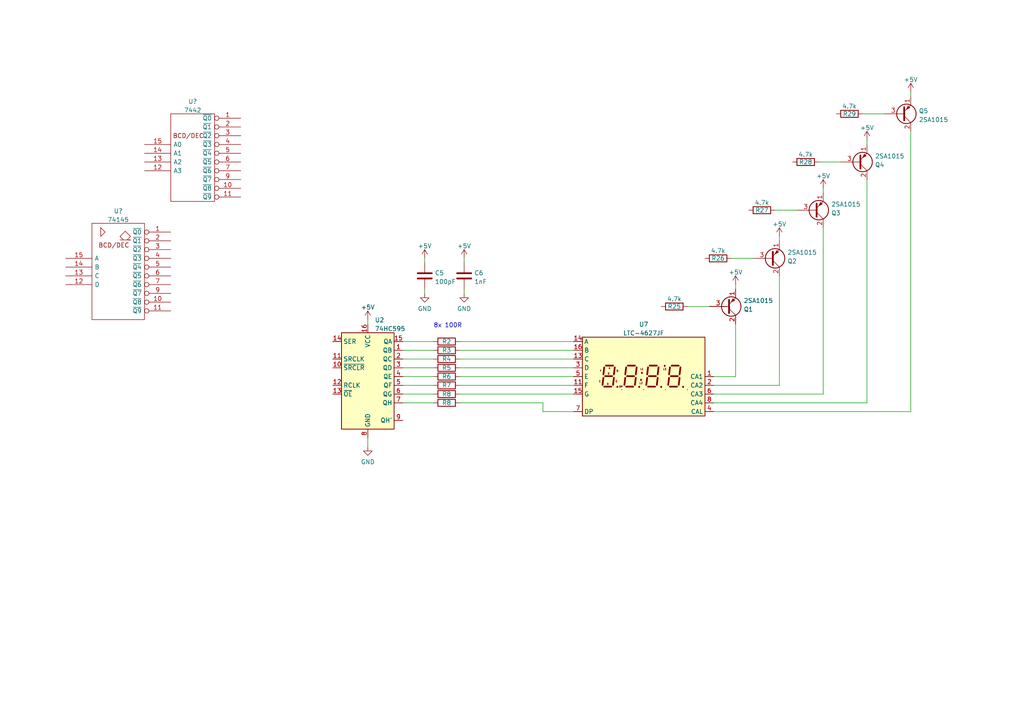
<source format=kicad_sch>
(kicad_sch (version 20211123) (generator eeschema)
  (paper "A4")
  (lib_symbols
    (symbol "74xx:74HC595"
      (property "Reference" "U" (at -7.62 13.97 0))
      (property "Value" "74HC595" (at -7.62 -16.51 0))
      (symbol "74HC595_1_0"
        (pin tri_state line (at 10.16 7.62 180) (length 2.54) (name "QB") (number "1"))
        (pin input line (at -10.16 2.54 0) (length 2.54) (name "~{SRCLR}") (number "10"))
        (pin input line (at -10.16 5.08 0) (length 2.54) (name "SRCLK") (number "11"))
        (pin input line (at -10.16 -2.54 0) (length 2.54) (name "RCLK") (number "12"))
        (pin input line (at -10.16 -5.08 0) (length 2.54) (name "~{OE}") (number "13"))
        (pin input line (at -10.16 10.16 0) (length 2.54) (name "SER") (number "14"))
        (pin tri_state line (at 10.16 10.16 180) (length 2.54) (name "QA") (number "15"))
        (pin power_in line (at 0 15.24 270) (length 2.54) (name "VCC") (number "16"))
        (pin tri_state line (at 10.16 5.08 180) (length 2.54) (name "QC") (number "2"))
        (pin tri_state line (at 10.16 2.54 180) (length 2.54) (name "QD") (number "3"))
        (pin tri_state line (at 10.16 0 180) (length 2.54) (name "QE") (number "4"))
        (pin tri_state line (at 10.16 -2.54 180) (length 2.54) (name "QF") (number "5"))
        (pin tri_state line (at 10.16 -5.08 180) (length 2.54) (name "QG") (number "6"))
        (pin tri_state line (at 10.16 -7.62 180) (length 2.54) (name "QH") (number "7"))
        (pin power_in line (at 0 -17.78 90) (length 2.54) (name "GND") (number "8"))
        (pin output line (at 10.16 -12.7 180) (length 2.54) (name "QH'") (number "9"))
      )
      (symbol "74HC595_1_1"
        (rectangle (start -7.62 12.7) (end 7.62 -15.24) (stroke (width 0.254)) (fill (type background)))
      )
    )
    (symbol "74xx_IEEE:74145" (pin_names (offset 0.762))
      (property "Reference" "U" (at 6.35 15.24 0))
      (property "Value" "74145" (at 7.62 -15.24 0))
      (symbol "74145_0_0"
        (polyline (pts (xy 3.556 9.144) (xy 3.048 9.144) (xy 3.048 9.144)))
        (polyline (pts (xy -5.08 12.7) (xy -5.08 10.16) (xy -3.81 11.43) (xy -5.08 12.7) (xy -5.08 12.7)))
        (polyline (pts (xy 2.54 9.144) (xy 3.556 10.16) (xy 2.032 11.684) (xy 0.508 10.16) (xy 1.524 9.144) (xy 0.508 9.144) (xy 3.556 9.144)))
        (text "BCD/DEC" (at -1.27 7.62 0) (effects (font (size 1.27 1.27))))
        (pin power_in line (at 0 13.97 270) (length 0) hide (name "VCC") (number "16"))
        (pin power_in line (at 0 -13.97 90) (length 0) hide (name "GND") (number "8"))
      )
      (symbol "74145_0_1"
        (rectangle (start -7.62 13.97) (end 7.62 -13.97))
      )
      (symbol "74145_1_1"
        (pin open_collector inverted (at 15.24 11.43 180) (length 7.62) (name "~{Q0}") (number "1"))
        (pin open_collector inverted (at 15.24 -8.89 180) (length 7.62) (name "~{Q8}") (number "10"))
        (pin open_collector inverted (at 15.24 -11.43 180) (length 7.62) (name "~{Q9}") (number "11"))
        (pin input line (at -15.24 -3.81 0) (length 7.62) (name "D") (number "12"))
        (pin input line (at -15.24 -1.27 0) (length 7.62) (name "C") (number "13"))
        (pin input line (at -15.24 1.27 0) (length 7.62) (name "B") (number "14"))
        (pin input line (at -15.24 3.81 0) (length 7.62) (name "A") (number "15"))
        (pin open_collector inverted (at 15.24 8.89 180) (length 7.62) (name "~{Q1}") (number "2"))
        (pin open_collector inverted (at 15.24 6.35 180) (length 7.62) (name "~{Q2}") (number "3"))
        (pin open_collector inverted (at 15.24 3.81 180) (length 7.62) (name "~{Q3}") (number "4"))
        (pin open_collector inverted (at 15.24 1.27 180) (length 7.62) (name "~{Q4}") (number "5"))
        (pin open_collector inverted (at 15.24 -1.27 180) (length 7.62) (name "~{Q5}") (number "6"))
        (pin open_collector inverted (at 15.24 -3.81 180) (length 7.62) (name "~{Q6}") (number "7"))
        (pin open_collector inverted (at 15.24 -6.35 180) (length 7.62) (name "~{Q7}") (number "9"))
      )
    )
    (symbol "74xx_IEEE:7442" (pin_names (offset 0.762))
      (property "Reference" "U" (at 6.35 13.97 0))
      (property "Value" "7442" (at 8.89 -15.24 0))
      (symbol "7442_0_0"
        (rectangle (start -6.35 12.7) (end 6.35 -12.7))
        (text "BCD/DEC" (at -1.27 6.35 0) (effects (font (size 1.27 1.27))))
        (pin power_in line (at 0 12.7 270) (length 0) hide (name "VCC") (number "16"))
        (pin power_in line (at 0 -12.7 90) (length 0) hide (name "GND") (number "8"))
      )
      (symbol "7442_1_1"
        (pin output inverted (at 13.97 11.43 180) (length 7.62) (name "~{Q0}") (number "1"))
        (pin output inverted (at 13.97 -8.89 180) (length 7.62) (name "~{Q8}") (number "10"))
        (pin output inverted (at 13.97 -11.43 180) (length 7.62) (name "~{Q9}") (number "11"))
        (pin input line (at -13.97 -3.81 0) (length 7.62) (name "A3") (number "12"))
        (pin input line (at -13.97 -1.27 0) (length 7.62) (name "A2") (number "13"))
        (pin input line (at -13.97 1.27 0) (length 7.62) (name "A1") (number "14"))
        (pin input line (at -13.97 3.81 0) (length 7.62) (name "A0") (number "15"))
        (pin output inverted (at 13.97 8.89 180) (length 7.62) (name "~{Q1}") (number "2"))
        (pin output inverted (at 13.97 6.35 180) (length 7.62) (name "~{Q2}") (number "3"))
        (pin output inverted (at 13.97 3.81 180) (length 7.62) (name "~{Q3}") (number "4"))
        (pin output inverted (at 13.97 1.27 180) (length 7.62) (name "~{Q4}") (number "5"))
        (pin output inverted (at 13.97 -1.27 180) (length 7.62) (name "~{Q5}") (number "6"))
        (pin output inverted (at 13.97 -3.81 180) (length 7.62) (name "~{Q6}") (number "7"))
        (pin output inverted (at 13.97 -6.35 180) (length 7.62) (name "~{Q7}") (number "9"))
      )
    )
    (symbol "Device:C" (pin_numbers hide) (pin_names (offset 0.254))
      (property "Reference" "C" (at 0.635 2.54 0))
      (property "Value" "C" (at 0.635 -2.54 0))
      (symbol "C_0_1"
        (polyline (pts (xy -2.032 -0.762) (xy 2.032 -0.762)) (stroke (width 0.508)))
        (polyline (pts (xy -2.032 0.762) (xy 2.032 0.762)) (stroke (width 0.508)))
      )
      (symbol "C_1_1"
        (pin passive line (at 0 3.81 270) (length 2.794) (name "~") (number "1"))
        (pin passive line (at 0 -3.81 90) (length 2.794) (name "~") (number "2"))
      )
    )
    (symbol "Device:R" (pin_numbers hide) (pin_names (offset 0))
      (property "Reference" "R" (at 2.032 0 90))
      (property "Value" "R" (at 0 0 90))
      (symbol "R_0_1"
        (rectangle (start -1.016 -2.54) (end 1.016 2.54) (stroke (width 0.254)))
      )
      (symbol "R_1_1"
        (pin passive line (at 0 3.81 270) (length 1.27) (name "~") (number "1"))
        (pin passive line (at 0 -3.81 90) (length 1.27) (name "~") (number "2"))
      )
    )
    (symbol "Display_Character:LTC-4627JF"
      (property "Reference" "U" (at -17.78 12.7 0))
      (property "Value" "LTC-4627JF" (at 17.78 12.7 0))
      (symbol "LTC-4627JF_0_1"
        (rectangle (start -17.78 -11.43) (end 17.78 11.43) (stroke (width 0.254)) (fill (type background)))
        (rectangle (start -6.35 -3.81) (end -6.35 -3.81) (stroke (width 0.254)))
        (rectangle (start 0 -3.81) (end 0 -3.81) (stroke (width 0.254)))
        (polyline (pts (xy -6.35 -3.81) (xy -6.35 -3.81)) (stroke (width 0.254)))
        (polyline (pts (xy 0 -3.81) (xy 0 -3.81)) (stroke (width 0.254)))
        (polyline (pts (xy 6.35 -3.81) (xy 6.35 -3.81)) (stroke (width 0.254)))
        (polyline (pts (xy 12.7 -3.81) (xy 12.7 -3.81)) (stroke (width 0.254)))
        (rectangle (start 6.35 -3.81) (end 6.35 -3.81) (stroke (width 0.254)))
        (rectangle (start 12.7 -3.81) (end 12.7 -3.81) (stroke (width 0.254)))
      )
      (symbol "LTC-4627JF_1_0"
        (text "A" (at -9.906 2.413 0) (effects (font (size 0.508 0.508))))
        (text "B" (at -7.62 1.651 0) (effects (font (size 0.508 0.508))))
        (text "C" (at -7.874 -1.397 0) (effects (font (size 0.508 0.508))))
        (text "D" (at -10.414 -2.159 0) (effects (font (size 0.508 0.508))))
        (text "DP" (at -6.604 -2.921 0) (effects (font (size 0.508 0.508))))
        (text "E" (at -12.7 -1.397 0) (effects (font (size 0.508 0.508))))
        (text "F" (at -12.446 1.651 0) (effects (font (size 0.508 0.508))))
        (text "G" (at -10.16 0.889 0) (effects (font (size 0.508 0.508))))
        (text "L1" (at -0.508 2.159 0) (effects (font (size 0.508 0.508))))
        (text "L2" (at -0.762 -1.905 0) (effects (font (size 0.508 0.508))))
        (text "L3" (at 6.096 2.159 0) (effects (font (size 0.508 0.508))))
      )
      (symbol "LTC-4627JF_1_1"
        (polyline (pts (xy -11.684 -0.381) (xy -11.938 -2.413)) (stroke (width 0.508)))
        (polyline (pts (xy -11.43 -2.921) (xy -9.398 -2.921)) (stroke (width 0.508)))
        (polyline (pts (xy -11.43 2.667) (xy -11.684 0.635)) (stroke (width 0.508)))
        (polyline (pts (xy -11.176 0.127) (xy -9.144 0.127)) (stroke (width 0.508)))
        (polyline (pts (xy -10.922 3.175) (xy -8.89 3.175)) (stroke (width 0.508)))
        (polyline (pts (xy -8.636 -0.381) (xy -8.89 -2.413)) (stroke (width 0.508)))
        (polyline (pts (xy -8.382 2.667) (xy -8.636 0.635)) (stroke (width 0.508)))
        (polyline (pts (xy -7.62 -3.048) (xy -7.62 -2.921)) (stroke (width 0.508)))
        (polyline (pts (xy -5.334 -0.381) (xy -5.588 -2.413)) (stroke (width 0.508)))
        (polyline (pts (xy -5.08 -2.921) (xy -3.048 -2.921)) (stroke (width 0.508)))
        (polyline (pts (xy -5.08 2.667) (xy -5.334 0.635)) (stroke (width 0.508)))
        (polyline (pts (xy -4.826 0.127) (xy -2.794 0.127)) (stroke (width 0.508)))
        (polyline (pts (xy -4.572 3.175) (xy -2.54 3.175)) (stroke (width 0.508)))
        (polyline (pts (xy -2.286 -0.381) (xy -2.54 -2.413)) (stroke (width 0.508)))
        (polyline (pts (xy -2.032 2.667) (xy -2.286 0.635)) (stroke (width 0.508)))
        (polyline (pts (xy -1.27 -3.048) (xy -1.27 -2.921)) (stroke (width 0.508)))
        (polyline (pts (xy -0.762 -1.016) (xy -0.762 -0.889)) (stroke (width 0.508)))
        (polyline (pts (xy -0.508 1.016) (xy -0.508 1.143)) (stroke (width 0.508)))
        (polyline (pts (xy 1.016 -0.381) (xy 0.762 -2.413)) (stroke (width 0.508)))
        (polyline (pts (xy 1.27 -2.921) (xy 3.302 -2.921)) (stroke (width 0.508)))
        (polyline (pts (xy 1.27 2.667) (xy 1.016 0.635)) (stroke (width 0.508)))
        (polyline (pts (xy 1.524 0.127) (xy 3.556 0.127)) (stroke (width 0.508)))
        (polyline (pts (xy 1.778 3.175) (xy 3.81 3.175)) (stroke (width 0.508)))
        (polyline (pts (xy 4.064 -0.381) (xy 3.81 -2.413)) (stroke (width 0.508)))
        (polyline (pts (xy 4.318 2.667) (xy 4.064 0.635)) (stroke (width 0.508)))
        (polyline (pts (xy 5.08 -3.048) (xy 5.08 -2.921)) (stroke (width 0.508)))
        (polyline (pts (xy 6.096 3.048) (xy 6.096 3.175)) (stroke (width 0.508)))
        (polyline (pts (xy 7.366 -0.381) (xy 7.112 -2.413)) (stroke (width 0.508)))
        (polyline (pts (xy 7.62 -2.921) (xy 9.652 -2.921)) (stroke (width 0.508)))
        (polyline (pts (xy 7.62 2.667) (xy 7.366 0.635)) (stroke (width 0.508)))
        (polyline (pts (xy 7.874 0.127) (xy 9.906 0.127)) (stroke (width 0.508)))
        (polyline (pts (xy 8.128 3.175) (xy 10.16 3.175)) (stroke (width 0.508)))
        (polyline (pts (xy 10.414 -0.381) (xy 10.16 -2.413)) (stroke (width 0.508)))
        (polyline (pts (xy 10.668 2.667) (xy 10.414 0.635)) (stroke (width 0.508)))
        (polyline (pts (xy 11.43 -3.048) (xy 11.43 -2.921)) (stroke (width 0.508)))
        (pin input line (at 20.32 0 180) (length 2.54) (name "CA1") (number "1"))
        (pin input line (at -20.32 -2.54 0) (length 2.54) (name "F") (number "11"))
        (pin input line (at -20.32 5.08 0) (length 2.54) (name "C") (number "13"))
        (pin input line (at -20.32 10.16 0) (length 2.54) (name "A") (number "14"))
        (pin input line (at -20.32 -5.08 0) (length 2.54) (name "G") (number "15"))
        (pin input line (at -20.32 7.62 0) (length 2.54) (name "B") (number "16"))
        (pin input line (at 20.32 -2.54 180) (length 2.54) (name "CA2") (number "2"))
        (pin input line (at -20.32 2.54 0) (length 2.54) (name "D") (number "3"))
        (pin input line (at 20.32 -10.16 180) (length 2.54) (name "CAL") (number "4"))
        (pin input line (at -20.32 0 0) (length 2.54) (name "E") (number "5"))
        (pin input line (at 20.32 -5.08 180) (length 2.54) (name "CA3") (number "6"))
        (pin input line (at -20.32 -10.16 0) (length 2.54) (name "DP") (number "7"))
        (pin input line (at 20.32 -7.62 180) (length 2.54) (name "CA4") (number "8"))
        (pin no_connect line (at 17.78 7.62 180) (length 2.54) hide (name "NC") (number "9"))
      )
    )
    (symbol "Transistor_BJT:2SA1015" (pin_names (offset 0) hide)
      (property "Reference" "Q" (at 5.08 1.905 0))
      (property "Value" "2SA1015" (at 5.08 0 0))
      (symbol "2SA1015_0_1"
        (polyline (pts (xy 0 0) (xy 0.635 0)))
        (polyline (pts (xy 2.54 -2.54) (xy 0.635 -0.635)))
        (polyline (pts (xy 2.54 2.54) (xy 0.635 0.635)))
        (polyline (pts (xy 0.635 1.905) (xy 0.635 -1.905) (xy 0.635 -1.905)) (stroke (width 0.508)) (fill (type outline)))
        (polyline (pts (xy 1.778 -2.286) (xy 2.286 -1.778) (xy 1.27 -1.27) (xy 1.778 -2.286) (xy 1.778 -2.286)) (fill (type outline)))
        (circle (center 1.27 0) (radius 2.8194) (stroke (width 0.254)))
      )
      (symbol "2SA1015_1_1"
        (pin passive line (at 2.54 -5.08 90) (length 2.54) (name "E") (number "1"))
        (pin passive line (at 2.54 5.08 270) (length 2.54) (name "C") (number "2"))
        (pin input line (at -5.08 0 0) (length 5.08) (name "B") (number "3"))
      )
    )
    (symbol "power:+5V" (power) (pin_names (offset 0))
      (property "Value" "+5V" (at 0 3.556 0))
      (symbol "+5V_0_1"
        (polyline (pts (xy -0.762 1.27) (xy 0 2.54)))
        (polyline (pts (xy 0 0) (xy 0 2.54)))
        (polyline (pts (xy 0 2.54) (xy 0.762 1.27)))
      )
      (symbol "+5V_1_1"
        (pin power_in line (at 0 0 90) (length 0) hide (name "+5V") (number "1"))
      )
    )
    (symbol "power:GND" (power) (pin_names (offset 0))
      (property "Value" "GND" (at 0 -3.81 0))
      (symbol "GND_0_1"
        (polyline (pts (xy 0 0) (xy 0 -1.27) (xy 1.27 -1.27) (xy 0 -2.54) (xy -1.27 -1.27) (xy 0 -1.27)))
      )
      (symbol "GND_1_1"
        (pin power_in line (at 0 0 270) (length 0) hide (name "GND") (number "1"))
      )
    )
  )
  (wire (pts (xy 123.19 76.2) (xy 123.19 74.93)))
  (wire (pts (xy 133.35 106.68) (xy 166.37 106.68)))
  (wire (pts (xy 251.46 40.64) (xy 251.46 41.91)))
  (wire (pts (xy 238.76 54.61) (xy 238.76 55.88)))
  (wire (pts (xy 207.01 119.38) (xy 264.16 119.38)))
  (wire (pts (xy 116.84 116.84) (xy 125.73 116.84)))
  (wire (pts (xy 264.16 26.67) (xy 264.16 27.94)))
  (wire (pts (xy 116.84 101.6) (xy 125.73 101.6)))
  (wire (pts (xy 207.01 111.76) (xy 226.06 111.76)))
  (wire (pts (xy 213.36 93.98) (xy 213.36 109.22)))
  (wire (pts (xy 157.48 116.84) (xy 157.48 119.38)))
  (wire (pts (xy 116.84 99.06) (xy 125.73 99.06)))
  (wire (pts (xy 133.35 109.22) (xy 166.37 109.22)))
  (wire (pts (xy 116.84 111.76) (xy 125.73 111.76)))
  (wire (pts (xy 213.36 82.55) (xy 213.36 83.82)))
  (wire (pts (xy 134.62 74.93) (xy 134.62 76.2)))
  (wire (pts (xy 116.84 109.22) (xy 125.73 109.22)))
  (wire (pts (xy 226.06 80.01) (xy 226.06 111.76)))
  (wire (pts (xy 224.79 60.96) (xy 231.14 60.96)))
  (wire (pts (xy 133.35 99.06) (xy 166.37 99.06)))
  (wire (pts (xy 207.01 116.84) (xy 251.46 116.84)))
  (wire (pts (xy 106.68 92.71) (xy 106.68 93.98)))
  (wire (pts (xy 237.49 46.99) (xy 243.84 46.99)))
  (wire (pts (xy 133.35 104.14) (xy 166.37 104.14)))
  (wire (pts (xy 250.19 33.02) (xy 256.54 33.02)))
  (wire (pts (xy 116.84 106.68) (xy 125.73 106.68)))
  (wire (pts (xy 238.76 66.04) (xy 238.76 114.3)))
  (wire (pts (xy 207.01 114.3) (xy 238.76 114.3)))
  (wire (pts (xy 133.35 111.76) (xy 166.37 111.76)))
  (wire (pts (xy 264.16 38.1) (xy 264.16 119.38)))
  (wire (pts (xy 133.35 116.84) (xy 157.48 116.84)))
  (wire (pts (xy 133.35 101.6) (xy 166.37 101.6)))
  (wire (pts (xy 134.62 83.82) (xy 134.62 85.09)))
  (wire (pts (xy 251.46 52.07) (xy 251.46 116.84)))
  (wire (pts (xy 123.19 83.82) (xy 123.19 85.09)))
  (wire (pts (xy 213.36 109.22) (xy 207.01 109.22)))
  (wire (pts (xy 212.09 74.93) (xy 218.44 74.93)))
  (wire (pts (xy 116.84 114.3) (xy 125.73 114.3)))
  (wire (pts (xy 133.35 114.3) (xy 166.37 114.3)))
  (wire (pts (xy 157.48 119.38) (xy 166.37 119.38)))
  (wire (pts (xy 106.68 127) (xy 106.68 129.54)))
  (wire (pts (xy 116.84 104.14) (xy 125.73 104.14)))
  (wire (pts (xy 226.06 68.58) (xy 226.06 69.85)))
  (wire (pts (xy 199.39 88.9) (xy 205.74 88.9)))
  (text "8x 100R" (at 125.73 95.25 0) (effects (font (size 1.27 1.27)) (justify left bottom)))
  (symbol (lib_id "power:+5V") (at 123.19 74.93 0) (unit 1)
    (property "Reference" "#PWR05" (effects hide))
    (property "Value" "+5V" (at 123.19 71.3542 0))
  )
  (symbol (lib_id "Device:R") (at 233.68 46.99 90) (unit 1)
    (property "Reference" "R28" (at 233.68 46.99 90))
    (property "Value" "4.7k" (at 233.68 44.8111 90))
    (property "Footprint" "Resistor_THT:R_Axial_DIN0207_L6.3mm_D2.5mm_P7.62mm_Horizontal" (effects hide))
  )
  (symbol (lib_id "Device:R") (at 246.38 33.02 90) (unit 1)
    (property "Reference" "R29" (at 246.38 33.02 90))
    (property "Value" "4.7k" (at 246.38 30.8411 90))
    (property "Footprint" "Resistor_THT:R_Axial_DIN0207_L6.3mm_D2.5mm_P7.62mm_Horizontal" (effects hide))
  )
  (symbol (lib_id "power:+5V") (at 213.36 82.55 0) (unit 1)
    (property "Reference" "#PWR?" (effects hide))
    (property "Value" "+5V" (at 213.36 78.9742 0))
  )
  (symbol (lib_id "Display_Character:LTC-4627JF") (at 186.69 109.22 0) (unit 1)
    (property "Reference" "U7" (at 186.69 94.0902 0))
    (property "Value" "LTC-4627JF" (at 186.69 96.6271 0))
    (property "Footprint" "Display_7Segment:LTC-4627Jx" (effects hide))
    (property "Datasheet" "http://optoelectronics.liteon.com/upload/download/DS30-2000-192/C4627JF.pdf" (effects hide))
  )
  (symbol (lib_id "power:GND") (at 134.62 85.09 0) (unit 1)
    (property "Reference" "#PWR0105" (effects hide))
    (property "Value" "GND" (at 134.62 89.5334 0))
  )
  (symbol (lib_id "Device:C") (at 134.62 80.01 0) (unit 1)
    (property "Reference" "C6" (at 137.541 79.1753 0) (effects (justify left)))
    (property "Value" "1nF" (at 137.541 81.7122 0) (effects (justify left)))
    (property "Footprint" "Capacitor_THT:C_Disc_D3.8mm_W2.6mm_P2.50mm" (effects hide))
  )
  (symbol (lib_id "Device:R") (at 129.54 101.6 90) (unit 1)
    (property "Reference" "R3" (at 129.54 101.6 90))
    (property "Value" "100R" (effects hide))
    (property "Footprint" "Resistor_THT:R_Axial_DIN0207_L6.3mm_D2.5mm_P7.62mm_Horizontal" (effects hide))
  )
  (symbol (lib_id "power:+5V") (at 106.68 92.71 0) (unit 1)
    (property "Reference" "#PWR03" (effects hide))
    (property "Value" "+5V" (at 106.68 89.1342 0))
  )
  (symbol (lib_id "Device:R") (at 208.28 74.93 90) (unit 1)
    (property "Reference" "R26" (at 208.28 74.93 90))
    (property "Value" "4.7k" (at 208.28 72.7511 90))
    (property "Footprint" "Resistor_THT:R_Axial_DIN0207_L6.3mm_D2.5mm_P7.62mm_Horizontal" (effects hide))
  )
  (symbol (lib_id "74xx:74HC595") (at 106.68 109.22 0) (unit 1)
    (property "Reference" "U2" (at 108.6994 92.8202 0) (effects (justify left)))
    (property "Value" "74HC595" (at 108.6994 95.3571 0) (effects (justify left)))
    (property "Footprint" "Package_DIP:DIP-16_W7.62mm_LongPads" (effects hide))
    (property "Datasheet" "http://www.ti.com/lit/ds/symlink/sn74hc595.pdf" (effects hide))
  )
  (symbol (lib_id "Device:R") (at 129.54 116.84 90) (unit 1)
    (property "Reference" "R8" (at 129.54 116.84 90))
    (property "Value" "100R" (effects hide))
    (property "Footprint" "Resistor_THT:R_Axial_DIN0207_L6.3mm_D2.5mm_P7.62mm_Horizontal" (effects hide))
  )
  (symbol (lib_id "Transistor_BJT:2SA1015") (at 236.22 60.96 0) (mirror x) (unit 1)
    (property "Reference" "Q3" (at 241.0714 61.7947 0) (effects (justify left)))
    (property "Value" "2SA1015" (at 241.0714 59.2578 0) (effects (justify left)))
    (property "Footprint" "Package_TO_SOT_THT:TO-92_Wide" (effects hide))
    (property "Datasheet" "http://www.datasheetcatalog.org/datasheet/toshiba/905.pdf" (effects hide))
  )
  (symbol (lib_id "74xx_IEEE:7442") (at 55.88 45.72 0) (unit 1)
    (property "Reference" "U?" (at 55.88 29.4472 0))
    (property "Value" "7442" (at 55.88 31.9841 0))
  )
  (symbol (lib_id "Transistor_BJT:2SA1015") (at 223.52 74.93 0) (mirror x) (unit 1)
    (property "Reference" "Q2" (at 228.3714 75.7647 0) (effects (justify left)))
    (property "Value" "2SA1015" (at 228.3714 73.2278 0) (effects (justify left)))
    (property "Footprint" "Package_TO_SOT_THT:TO-92_Wide" (effects hide))
    (property "Datasheet" "http://www.datasheetcatalog.org/datasheet/toshiba/905.pdf" (effects hide))
  )
  (symbol (lib_id "power:GND") (at 106.68 129.54 0) (unit 1)
    (property "Reference" "#PWR04" (effects hide))
    (property "Value" "GND" (at 106.68 133.9834 0))
  )
  (symbol (lib_id "Device:R") (at 129.54 106.68 90) (unit 1)
    (property "Reference" "R5" (at 129.54 106.68 90))
    (property "Value" "100R" (effects hide))
    (property "Footprint" "Resistor_THT:R_Axial_DIN0207_L6.3mm_D2.5mm_P7.62mm_Horizontal" (effects hide))
  )
  (symbol (lib_id "Transistor_BJT:2SA1015") (at 261.62 33.02 0) (mirror x) (unit 1)
    (property "Reference" "Q5" (at 266.4714 32.1853 0) (effects (justify left)))
    (property "Value" "2SA1015" (at 266.4714 34.7222 0) (effects (justify left)))
    (property "Footprint" "Package_TO_SOT_THT:TO-92_Wide" (effects hide))
    (property "Datasheet" "http://www.datasheetcatalog.org/datasheet/toshiba/905.pdf" (effects hide))
  )
  (symbol (lib_id "Transistor_BJT:2SA1015") (at 210.82 88.9 0) (mirror x) (unit 1)
    (property "Reference" "Q1" (at 215.6714 89.7347 0) (effects (justify left)))
    (property "Value" "2SA1015" (at 215.6714 87.1978 0) (effects (justify left)))
    (property "Footprint" "Package_TO_SOT_THT:TO-92_Wide" (effects hide))
    (property "Datasheet" "http://www.datasheetcatalog.org/datasheet/toshiba/905.pdf" (effects hide))
  )
  (symbol (lib_id "Transistor_BJT:2SA1015") (at 248.92 46.99 0) (mirror x) (unit 1)
    (property "Reference" "Q4" (at 253.7714 47.8247 0) (effects (justify left)))
    (property "Value" "2SA1015" (at 253.7714 45.2878 0) (effects (justify left)))
    (property "Footprint" "Package_TO_SOT_THT:TO-92_Wide" (effects hide))
    (property "Datasheet" "http://www.datasheetcatalog.org/datasheet/toshiba/905.pdf" (effects hide))
  )
  (symbol (lib_id "74xx_IEEE:74145") (at 34.29 78.74 0) (unit 1)
    (property "Reference" "U?" (at 34.29 61.1972 0))
    (property "Value" "74145" (at 34.29 63.7341 0))
  )
  (symbol (lib_id "Device:R") (at 129.54 111.76 90) (unit 1)
    (property "Reference" "R7" (at 129.54 111.76 90))
    (property "Value" "100R" (effects hide))
    (property "Footprint" "Resistor_THT:R_Axial_DIN0207_L6.3mm_D2.5mm_P7.62mm_Horizontal" (effects hide))
  )
  (symbol (lib_id "Device:R") (at 129.54 99.06 90) (unit 1)
    (property "Reference" "R2" (at 129.54 99.06 90))
    (property "Value" "100R" (effects hide))
    (property "Footprint" "Resistor_THT:R_Axial_DIN0207_L6.3mm_D2.5mm_P7.62mm_Horizontal" (effects hide))
  )
  (symbol (lib_id "Device:R") (at 195.58 88.9 90) (unit 1)
    (property "Reference" "R25" (at 195.58 88.9 90))
    (property "Value" "4.7k" (at 195.58 86.7211 90))
    (property "Footprint" "Resistor_THT:R_Axial_DIN0207_L6.3mm_D2.5mm_P7.62mm_Horizontal" (effects hide))
  )
  (symbol (lib_id "power:+5V") (at 238.76 54.61 0) (unit 1)
    (property "Reference" "#PWR?" (effects hide))
    (property "Value" "+5V" (at 238.76 51.0342 0))
  )
  (symbol (lib_id "Device:R") (at 129.54 109.22 90) (unit 1)
    (property "Reference" "R6" (at 129.54 109.22 90))
    (property "Value" "100R" (effects hide))
    (property "Footprint" "Resistor_THT:R_Axial_DIN0207_L6.3mm_D2.5mm_P7.62mm_Horizontal" (effects hide))
  )
  (symbol (lib_id "Device:R") (at 129.54 114.3 90) (unit 1)
    (property "Reference" "R8" (at 129.54 114.3 90))
    (property "Value" "100R" (effects hide))
    (property "Footprint" "Resistor_THT:R_Axial_DIN0207_L6.3mm_D2.5mm_P7.62mm_Horizontal" (effects hide))
  )
  (symbol (lib_id "Device:R") (at 129.54 104.14 90) (unit 1)
    (property "Reference" "R4" (at 129.54 104.14 90))
    (property "Value" "100R" (effects hide))
    (property "Footprint" "Resistor_THT:R_Axial_DIN0207_L6.3mm_D2.5mm_P7.62mm_Horizontal" (effects hide))
  )
  (symbol (lib_id "power:+5V") (at 134.62 74.93 0) (unit 1)
    (property "Reference" "#PWR06" (effects hide))
    (property "Value" "+5V" (at 134.62 71.3542 0))
  )
  (symbol (lib_id "power:+5V") (at 264.16 26.67 0) (unit 1)
    (property "Reference" "#PWR?" (effects hide))
    (property "Value" "+5V" (at 264.16 23.0942 0))
  )
  (symbol (lib_id "Device:C") (at 123.19 80.01 0) (unit 1)
    (property "Reference" "C5" (at 126.111 79.1753 0) (effects (justify left)))
    (property "Value" "100pF" (at 126.111 81.7122 0) (effects (justify left)))
    (property "Footprint" "Capacitor_THT:C_Disc_D3.8mm_W2.6mm_P2.50mm" (effects hide))
  )
  (symbol (lib_id "power:+5V") (at 226.06 68.58 0) (unit 1)
    (property "Reference" "#PWR?" (effects hide))
    (property "Value" "+5V" (at 226.06 65.0042 0))
  )
  (symbol (lib_id "Device:R") (at 220.98 60.96 90) (unit 1)
    (property "Reference" "R27" (at 220.98 60.96 90))
    (property "Value" "4.7k" (at 220.98 58.7811 90))
    (property "Footprint" "Resistor_THT:R_Axial_DIN0207_L6.3mm_D2.5mm_P7.62mm_Horizontal" (effects hide))
  )
  (symbol (lib_id "power:GND") (at 123.19 85.09 0) (unit 1)
    (property "Reference" "#PWR0106" (effects hide))
    (property "Value" "GND" (at 123.19 89.5334 0))
  )
  (symbol (lib_id "power:+5V") (at 251.46 40.64 0) (unit 1)
    (property "Reference" "#PWR?" (effects hide))
    (property "Value" "+5V" (at 251.46 37.0642 0))
  )
)
</source>
